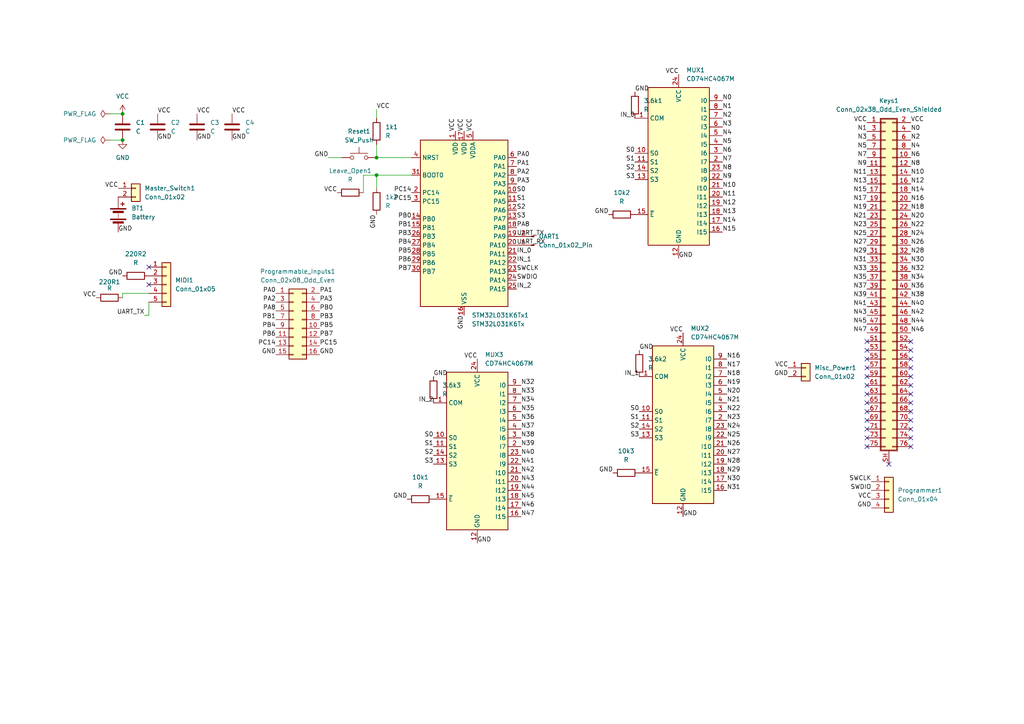
<source format=kicad_sch>
(kicad_sch (version 20231120) (generator "eeschema") (generator_version "8.0")
  (paper "A4")
  (lib_symbols
    (symbol "74xx:CD74HC4067M"
      (property "Reference" "U" (at -8.89 22.86 0))
      (property "Value" "CD74HC4067M" (at 1.27 22.86 0))
      (symbol "CD74HC4067M_0_1"
        (rectangle (start -8.89 21.59) (end 8.89 -24.13) (stroke (width 0.254)) (fill (type background)))
      )
      (symbol "CD74HC4067M_1_1"
        (pin passive line (at -12.7 12.7 0) (length 3.81) (name "COM") (number "1"))
        (pin input line (at -12.7 2.54 0) (length 3.81) (name "S0") (number "10"))
        (pin input line (at -12.7 0 0) (length 3.81) (name "S1") (number "11"))
        (pin power_in line (at 0 -27.94 90) (length 3.81) (name "GND") (number "12"))
        (pin input line (at -12.7 -5.08 0) (length 3.81) (name "S3") (number "13"))
        (pin input line (at -12.7 -2.54 0) (length 3.81) (name "S2") (number "14"))
        (pin input line (at -12.7 -15.24 0) (length 3.81) (name "~{E}") (number "15"))
        (pin passive line (at 12.7 -20.32 180) (length 3.81) (name "I15") (number "16"))
        (pin passive line (at 12.7 -17.78 180) (length 3.81) (name "I14") (number "17"))
        (pin passive line (at 12.7 -15.24 180) (length 3.81) (name "I13") (number "18"))
        (pin passive line (at 12.7 -12.7 180) (length 3.81) (name "I12") (number "19"))
        (pin passive line (at 12.7 0 180) (length 3.81) (name "I7") (number "2"))
        (pin passive line (at 12.7 -10.16 180) (length 3.81) (name "I11") (number "20"))
        (pin passive line (at 12.7 -7.62 180) (length 3.81) (name "I10") (number "21"))
        (pin passive line (at 12.7 -5.08 180) (length 3.81) (name "I9") (number "22"))
        (pin passive line (at 12.7 -2.54 180) (length 3.81) (name "I8") (number "23"))
        (pin power_in line (at 0 25.4 270) (length 3.81) (name "VCC") (number "24"))
        (pin passive line (at 12.7 2.54 180) (length 3.81) (name "I6") (number "3"))
        (pin passive line (at 12.7 5.08 180) (length 3.81) (name "I5") (number "4"))
        (pin passive line (at 12.7 7.62 180) (length 3.81) (name "I4") (number "5"))
        (pin passive line (at 12.7 10.16 180) (length 3.81) (name "I3") (number "6"))
        (pin passive line (at 12.7 12.7 180) (length 3.81) (name "I2") (number "7"))
        (pin passive line (at 12.7 15.24 180) (length 3.81) (name "I1") (number "8"))
        (pin passive line (at 12.7 17.78 180) (length 3.81) (name "I0") (number "9"))
      )
    )
    (symbol "Connector:Conn_01x02_Pin" (pin_names (offset 1.016) hide)
      (property "Reference" "J" (at 0 2.54 0))
      (property "Value" "Conn_01x02_Pin" (at 0 -5.08 0))
      (symbol "Conn_01x02_Pin_1_1"
        (polyline (pts (xy 1.27 -2.54) (xy 0.8636 -2.54)) (stroke (width 0.1524)))
        (polyline (pts (xy 1.27 0) (xy 0.8636 0)) (stroke (width 0.1524)))
        (rectangle (start 0.8636 -2.413) (end 0 -2.667) (stroke (width 0.1524)) (fill (type outline)))
        (rectangle (start 0.8636 0.127) (end 0 -0.127) (stroke (width 0.1524)) (fill (type outline)))
        (pin passive line (at 5.08 0 180) (length 3.81) (name "Pin_1") (number "1"))
        (pin passive line (at 5.08 -2.54 180) (length 3.81) (name "Pin_2") (number "2"))
      )
    )
    (symbol "Connector_Generic:Conn_01x02" (pin_names (offset 1.016) hide)
      (property "Reference" "J" (at 0 2.54 0))
      (property "Value" "Conn_01x02" (at 0 -5.08 0))
      (symbol "Conn_01x02_1_1"
        (rectangle (start -1.27 -2.413) (end 0 -2.667) (stroke (width 0.1524)))
        (rectangle (start -1.27 0.127) (end 0 -0.127) (stroke (width 0.1524)))
        (rectangle (start -1.27 1.27) (end 1.27 -3.81) (stroke (width 0.254)) (fill (type background)))
        (pin passive line (at -5.08 0 0) (length 3.81) (name "Pin_1") (number "1"))
        (pin passive line (at -5.08 -2.54 0) (length 3.81) (name "Pin_2") (number "2"))
      )
    )
    (symbol "Connector_Generic:Conn_01x04" (pin_names (offset 1.016) hide)
      (property "Reference" "J" (at 0 5.08 0))
      (property "Value" "Conn_01x04" (at 0 -7.62 0))
      (symbol "Conn_01x04_1_1"
        (rectangle (start -1.27 -4.953) (end 0 -5.207) (stroke (width 0.1524)))
        (rectangle (start -1.27 -2.413) (end 0 -2.667) (stroke (width 0.1524)))
        (rectangle (start -1.27 0.127) (end 0 -0.127) (stroke (width 0.1524)))
        (rectangle (start -1.27 2.667) (end 0 2.413) (stroke (width 0.1524)))
        (rectangle (start -1.27 3.81) (end 1.27 -6.35) (stroke (width 0.254)) (fill (type background)))
        (pin passive line (at -5.08 2.54 0) (length 3.81) (name "Pin_1") (number "1"))
        (pin passive line (at -5.08 0 0) (length 3.81) (name "Pin_2") (number "2"))
        (pin passive line (at -5.08 -2.54 0) (length 3.81) (name "Pin_3") (number "3"))
        (pin passive line (at -5.08 -5.08 0) (length 3.81) (name "Pin_4") (number "4"))
      )
    )
    (symbol "Connector_Generic:Conn_01x05" (pin_names (offset 1.016) hide)
      (property "Reference" "J" (at 0 7.62 0))
      (property "Value" "Conn_01x05" (at 0 -7.62 0))
      (symbol "Conn_01x05_1_1"
        (rectangle (start -1.27 -4.953) (end 0 -5.207) (stroke (width 0.1524)))
        (rectangle (start -1.27 -2.413) (end 0 -2.667) (stroke (width 0.1524)))
        (rectangle (start -1.27 0.127) (end 0 -0.127) (stroke (width 0.1524)))
        (rectangle (start -1.27 2.667) (end 0 2.413) (stroke (width 0.1524)))
        (rectangle (start -1.27 5.207) (end 0 4.953) (stroke (width 0.1524)))
        (rectangle (start -1.27 6.35) (end 1.27 -6.35) (stroke (width 0.254)) (fill (type background)))
        (pin passive line (at -5.08 5.08 0) (length 3.81) (name "Pin_1") (number "1"))
        (pin passive line (at -5.08 2.54 0) (length 3.81) (name "Pin_2") (number "2"))
        (pin passive line (at -5.08 0 0) (length 3.81) (name "Pin_3") (number "3"))
        (pin passive line (at -5.08 -2.54 0) (length 3.81) (name "Pin_4") (number "4"))
        (pin passive line (at -5.08 -5.08 0) (length 3.81) (name "Pin_5") (number "5"))
      )
    )
    (symbol "Connector_Generic:Conn_02x08_Odd_Even" (pin_names (offset 1.016) hide)
      (property "Reference" "J" (at 1.27 10.16 0))
      (property "Value" "Conn_02x08_Odd_Even" (at 1.27 -12.7 0))
      (symbol "Conn_02x08_Odd_Even_1_1"
        (rectangle (start -1.27 -10.033) (end 0 -10.287) (stroke (width 0.1524)))
        (rectangle (start -1.27 -7.493) (end 0 -7.747) (stroke (width 0.1524)))
        (rectangle (start -1.27 -4.953) (end 0 -5.207) (stroke (width 0.1524)))
        (rectangle (start -1.27 -2.413) (end 0 -2.667) (stroke (width 0.1524)))
        (rectangle (start -1.27 0.127) (end 0 -0.127) (stroke (width 0.1524)))
        (rectangle (start -1.27 2.667) (end 0 2.413) (stroke (width 0.1524)))
        (rectangle (start -1.27 5.207) (end 0 4.953) (stroke (width 0.1524)))
        (rectangle (start -1.27 7.747) (end 0 7.493) (stroke (width 0.1524)))
        (rectangle (start -1.27 8.89) (end 3.81 -11.43) (stroke (width 0.254)) (fill (type background)))
        (rectangle (start 3.81 -10.033) (end 2.54 -10.287) (stroke (width 0.1524)))
        (rectangle (start 3.81 -7.493) (end 2.54 -7.747) (stroke (width 0.1524)))
        (rectangle (start 3.81 -4.953) (end 2.54 -5.207) (stroke (width 0.1524)))
        (rectangle (start 3.81 -2.413) (end 2.54 -2.667) (stroke (width 0.1524)))
        (rectangle (start 3.81 0.127) (end 2.54 -0.127) (stroke (width 0.1524)))
        (rectangle (start 3.81 2.667) (end 2.54 2.413) (stroke (width 0.1524)))
        (rectangle (start 3.81 5.207) (end 2.54 4.953) (stroke (width 0.1524)))
        (rectangle (start 3.81 7.747) (end 2.54 7.493) (stroke (width 0.1524)))
        (pin passive line (at -5.08 7.62 0) (length 3.81) (name "Pin_1") (number "1"))
        (pin passive line (at 7.62 -2.54 180) (length 3.81) (name "Pin_10") (number "10"))
        (pin passive line (at -5.08 -5.08 0) (length 3.81) (name "Pin_11") (number "11"))
        (pin passive line (at 7.62 -5.08 180) (length 3.81) (name "Pin_12") (number "12"))
        (pin passive line (at -5.08 -7.62 0) (length 3.81) (name "Pin_13") (number "13"))
        (pin passive line (at 7.62 -7.62 180) (length 3.81) (name "Pin_14") (number "14"))
        (pin passive line (at -5.08 -10.16 0) (length 3.81) (name "Pin_15") (number "15"))
        (pin passive line (at 7.62 -10.16 180) (length 3.81) (name "Pin_16") (number "16"))
        (pin passive line (at 7.62 7.62 180) (length 3.81) (name "Pin_2") (number "2"))
        (pin passive line (at -5.08 5.08 0) (length 3.81) (name "Pin_3") (number "3"))
        (pin passive line (at 7.62 5.08 180) (length 3.81) (name "Pin_4") (number "4"))
        (pin passive line (at -5.08 2.54 0) (length 3.81) (name "Pin_5") (number "5"))
        (pin passive line (at 7.62 2.54 180) (length 3.81) (name "Pin_6") (number "6"))
        (pin passive line (at -5.08 0 0) (length 3.81) (name "Pin_7") (number "7"))
        (pin passive line (at 7.62 0 180) (length 3.81) (name "Pin_8") (number "8"))
        (pin passive line (at -5.08 -2.54 0) (length 3.81) (name "Pin_9") (number "9"))
      )
    )
    (symbol "Connector_Generic_Shielded:Conn_02x38_Odd_Even_Shielded" (pin_names (offset 1.016) hide)
      (property "Reference" "J" (at 1.524 48.006 0))
      (property "Value" "Conn_02x38_Odd_Even_Shielded" (at 2.286 -50.546 0))
      (symbol "Conn_02x38_Odd_Even_Shielded_1_1"
        (rectangle (start -1.27 46.99) (end 3.81 -49.53) (stroke (width 0.1524)))
        (rectangle (start -1.016 -48.133) (end 0.254 -48.387) (stroke (width 0.1524)))
        (rectangle (start -1.016 -45.593) (end 0.254 -45.847) (stroke (width 0.1524)))
        (rectangle (start -1.016 -43.053) (end 0.254 -43.307) (stroke (width 0.1524)))
        (rectangle (start -1.016 -40.513) (end 0.254 -40.767) (stroke (width 0.1524)))
        (rectangle (start -1.016 -37.973) (end 0.254 -38.227) (stroke (width 0.1524)))
        (rectangle (start -1.016 -35.433) (end 0.254 -35.687) (stroke (width 0.1524)))
        (rectangle (start -1.016 -32.893) (end 0.254 -33.147) (stroke (width 0.1524)))
        (rectangle (start -1.016 -30.353) (end 0.254 -30.607) (stroke (width 0.1524)))
        (rectangle (start -1.016 -27.813) (end 0.254 -28.067) (stroke (width 0.1524)))
        (rectangle (start -1.016 -25.273) (end 0.254 -25.527) (stroke (width 0.1524)))
        (rectangle (start -1.016 -22.733) (end 0.254 -22.987) (stroke (width 0.1524)))
        (rectangle (start -1.016 -20.193) (end 0.254 -20.447) (stroke (width 0.1524)))
        (rectangle (start -1.016 -17.653) (end 0.254 -17.907) (stroke (width 0.1524)))
        (rectangle (start -1.016 -15.113) (end 0.254 -15.367) (stroke (width 0.1524)))
        (rectangle (start -1.016 -12.573) (end 0.254 -12.827) (stroke (width 0.1524)))
        (rectangle (start -1.016 -10.033) (end 0.254 -10.287) (stroke (width 0.1524)))
        (rectangle (start -1.016 -7.493) (end 0.254 -7.747) (stroke (width 0.1524)))
        (rectangle (start -1.016 -4.953) (end 0.254 -5.207) (stroke (width 0.1524)))
        (rectangle (start -1.016 -2.413) (end 0.254 -2.667) (stroke (width 0.1524)))
        (rectangle (start -1.016 0.127) (end 0.254 -0.127) (stroke (width 0.1524)))
        (rectangle (start -1.016 2.667) (end 0.254 2.413) (stroke (width 0.1524)))
        (rectangle (start -1.016 5.207) (end 0.254 4.953) (stroke (width 0.1524)))
        (rectangle (start -1.016 7.747) (end 0.254 7.493) (stroke (width 0.1524)))
        (rectangle (start -1.016 10.287) (end 0.254 10.033) (stroke (width 0.1524)))
        (rectangle (start -1.016 12.827) (end 0.254 12.573) (stroke (width 0.1524)))
        (rectangle (start -1.016 15.367) (end 0.254 15.113) (stroke (width 0.1524)))
        (rectangle (start -1.016 17.907) (end 0.254 17.653) (stroke (width 0.1524)))
        (rectangle (start -1.016 20.447) (end 0.254 20.193) (stroke (width 0.1524)))
        (rectangle (start -1.016 22.987) (end 0.254 22.733) (stroke (width 0.1524)))
        (rectangle (start -1.016 25.527) (end 0.254 25.273) (stroke (width 0.1524)))
        (rectangle (start -1.016 28.067) (end 0.254 27.813) (stroke (width 0.1524)))
        (rectangle (start -1.016 30.607) (end 0.254 30.353) (stroke (width 0.1524)))
        (rectangle (start -1.016 33.147) (end 0.254 32.893) (stroke (width 0.1524)))
        (rectangle (start -1.016 35.687) (end 0.254 35.433) (stroke (width 0.1524)))
        (rectangle (start -1.016 38.227) (end 0.254 37.973) (stroke (width 0.1524)))
        (rectangle (start -1.016 40.767) (end 0.254 40.513) (stroke (width 0.1524)))
        (rectangle (start -1.016 43.307) (end 0.254 43.053) (stroke (width 0.1524)))
        (rectangle (start -1.016 45.847) (end 0.254 45.593) (stroke (width 0.1524)))
        (rectangle (start -1.016 46.736) (end 3.556 -49.276) (stroke (width 0.254)) (fill (type background)))
        (rectangle (start 3.556 -48.133) (end 2.286 -48.387) (stroke (width 0.1524)))
        (rectangle (start 3.556 -45.593) (end 2.286 -45.847) (stroke (width 0.1524)))
        (rectangle (start 3.556 -43.053) (end 2.286 -43.307) (stroke (width 0.1524)))
        (rectangle (start 3.556 -40.513) (end 2.286 -40.767) (stroke (width 0.1524)))
        (rectangle (start 3.556 -37.973) (end 2.286 -38.227) (stroke (width 0.1524)))
        (rectangle (start 3.556 -35.433) (end 2.286 -35.687) (stroke (width 0.1524)))
        (rectangle (start 3.556 -32.893) (end 2.286 -33.147) (stroke (width 0.1524)))
        (rectangle (start 3.556 -30.353) (end 2.286 -30.607) (stroke (width 0.1524)))
        (rectangle (start 3.556 -27.813) (end 2.286 -28.067) (stroke (width 0.1524)))
        (rectangle (start 3.556 -25.273) (end 2.286 -25.527) (stroke (width 0.1524)))
        (rectangle (start 3.556 -22.733) (end 2.286 -22.987) (stroke (width 0.1524)))
        (rectangle (start 3.556 -20.193) (end 2.286 -20.447) (stroke (width 0.1524)))
        (rectangle (start 3.556 -17.653) (end 2.286 -17.907) (stroke (width 0.1524)))
        (rectangle (start 3.556 -15.113) (end 2.286 -15.367) (stroke (width 0.1524)))
        (rectangle (start 3.556 -12.573) (end 2.286 -12.827) (stroke (width 0.1524)))
        (rectangle (start 3.556 -10.033) (end 2.286 -10.287) (stroke (width 0.1524)))
        (rectangle (start 3.556 -7.493) (end 2.286 -7.747) (stroke (width 0.1524)))
        (rectangle (start 3.556 -4.953) (end 2.286 -5.207) (stroke (width 0.1524)))
        (rectangle (start 3.556 -2.413) (end 2.286 -2.667) (stroke (width 0.1524)))
        (rectangle (start 3.556 0.127) (end 2.286 -0.127) (stroke (width 0.1524)))
        (rectangle (start 3.556 2.667) (end 2.286 2.413) (stroke (width 0.1524)))
        (rectangle (start 3.556 5.207) (end 2.286 4.953) (stroke (width 0.1524)))
        (rectangle (start 3.556 7.747) (end 2.286 7.493) (stroke (width 0.1524)))
        (rectangle (start 3.556 10.287) (end 2.286 10.033) (stroke (width 0.1524)))
        (rectangle (start 3.556 12.827) (end 2.286 12.573) (stroke (width 0.1524)))
        (rectangle (start 3.556 15.367) (end 2.286 15.113) (stroke (width 0.1524)))
        (rectangle (start 3.556 17.907) (end 2.286 17.653) (stroke (width 0.1524)))
        (rectangle (start 3.556 20.447) (end 2.286 20.193) (stroke (width 0.1524)))
        (rectangle (start 3.556 22.987) (end 2.286 22.733) (stroke (width 0.1524)))
        (rectangle (start 3.556 25.527) (end 2.286 25.273) (stroke (width 0.1524)))
        (rectangle (start 3.556 28.067) (end 2.286 27.813) (stroke (width 0.1524)))
        (rectangle (start 3.556 30.607) (end 2.286 30.353) (stroke (width 0.1524)))
        (rectangle (start 3.556 33.147) (end 2.286 32.893) (stroke (width 0.1524)))
        (rectangle (start 3.556 35.687) (end 2.286 35.433) (stroke (width 0.1524)))
        (rectangle (start 3.556 38.227) (end 2.286 37.973) (stroke (width 0.1524)))
        (rectangle (start 3.556 40.767) (end 2.286 40.513) (stroke (width 0.1524)))
        (rectangle (start 3.556 43.307) (end 2.286 43.053) (stroke (width 0.1524)))
        (rectangle (start 3.556 45.847) (end 2.286 45.593) (stroke (width 0.1524)))
        (pin passive line (at -5.08 45.72 0) (length 4.064) (name "Pin_1") (number "1"))
        (pin passive line (at 7.62 35.56 180) (length 4.064) (name "Pin_10") (number "10"))
        (pin passive line (at -5.08 33.02 0) (length 4.064) (name "Pin_11") (number "11"))
        (pin passive line (at 7.62 33.02 180) (length 4.064) (name "Pin_12") (number "12"))
        (pin passive line (at -5.08 30.48 0) (length 4.064) (name "Pin_13") (number "13"))
        (pin passive line (at 7.62 30.48 180) (length 4.064) (name "Pin_14") (number "14"))
        (pin passive line (at -5.08 27.94 0) (length 4.064) (name "Pin_15") (number "15"))
        (pin passive line (at 7.62 27.94 180) (length 4.064) (name "Pin_16") (number "16"))
        (pin passive line (at -5.08 25.4 0) (length 4.064) (name "Pin_17") (number "17"))
        (pin passive line (at 7.62 25.4 180) (length 4.064) (name "Pin_18") (number "18"))
        (pin passive line (at -5.08 22.86 0) (length 4.064) (name "Pin_19") (number "19"))
        (pin passive line (at 7.62 45.72 180) (length 4.064) (name "Pin_2") (number "2"))
        (pin passive line (at 7.62 22.86 180) (length 4.064) (name "Pin_20") (number "20"))
        (pin passive line (at -5.08 20.32 0) (length 4.064) (name "Pin_21") (number "21"))
        (pin passive line (at 7.62 20.32 180) (length 4.064) (name "Pin_22") (number "22"))
        (pin passive line (at -5.08 17.78 0) (length 4.064) (name "Pin_23") (number "23"))
        (pin passive line (at 7.62 17.78 180) (length 4.064) (name "Pin_24") (number "24"))
        (pin passive line (at -5.08 15.24 0) (length 4.064) (name "Pin_25") (number "25"))
        (pin passive line (at 7.62 15.24 180) (length 4.064) (name "Pin_26") (number "26"))
        (pin passive line (at -5.08 12.7 0) (length 4.064) (name "Pin_27") (number "27"))
        (pin passive line (at 7.62 12.7 180) (length 4.064) (name "Pin_28") (number "28"))
        (pin passive line (at -5.08 10.16 0) (length 4.064) (name "Pin_29") (number "29"))
        (pin passive line (at -5.08 43.18 0) (length 4.064) (name "Pin_3") (number "3"))
        (pin passive line (at 7.62 10.16 180) (length 4.064) (name "Pin_30") (number "30"))
        (pin passive line (at -5.08 7.62 0) (length 4.064) (name "Pin_31") (number "31"))
        (pin passive line (at 7.62 7.62 180) (length 4.064) (name "Pin_32") (number "32"))
        (pin passive line (at -5.08 5.08 0) (length 4.064) (name "Pin_33") (number "33"))
        (pin passive line (at 7.62 5.08 180) (length 4.064) (name "Pin_34") (number "34"))
        (pin passive line (at -5.08 2.54 0) (length 4.064) (name "Pin_35") (number "35"))
        (pin passive line (at 7.62 2.54 180) (length 4.064) (name "Pin_36") (number "36"))
        (pin passive line (at -5.08 0 0) (length 4.064) (name "Pin_37") (number "37"))
        (pin passive line (at 7.62 0 180) (length 4.064) (name "Pin_38") (number "38"))
        (pin passive line (at -5.08 -2.54 0) (length 4.064) (name "Pin_39") (number "39"))
        (pin passive line (at 7.62 43.18 180) (length 4.064) (name "Pin_4") (number "4"))
        (pin passive line (at 7.62 -2.54 180) (length 4.064) (name "Pin_40") (number "40"))
        (pin passive line (at -5.08 -5.08 0) (length 4.064) (name "Pin_41") (number "41"))
        (pin passive line (at 7.62 -5.08 180) (length 4.064) (name "Pin_42") (number "42"))
        (pin passive line (at -5.08 -7.62 0) (length 4.064) (name "Pin_43") (number "43"))
        (pin passive line (at 7.62 -7.62 180) (length 4.064) (name "Pin_44") (number "44"))
        (pin passive line (at -5.08 -10.16 0) (length 4.064) (name "Pin_45") (number "45"))
        (pin passive line (at 7.62 -10.16 180) (length 4.064) (name "Pin_46") (number "46"))
        (pin passive line (at -5.08 -12.7 0) (length 4.064) (name "Pin_47") (number "47"))
        (pin passive line (at 7.62 -12.7 180) (length 4.064) (name "Pin_48") (number "48"))
        (pin passive line (at -5.08 -15.24 0) (length 4.064) (name "Pin_49") (number "49"))
        (pin passive line (at -5.08 40.64 0) (length 4.064) (name "Pin_5") (number "5"))
        (pin passive line (at 7.62 -15.24 180) (length 4.064) (name "Pin_50") (number "50"))
        (pin passive line (at -5.08 -17.78 0) (length 4.064) (name "Pin_51") (number "51"))
        (pin passive line (at 7.62 -17.78 180) (length 4.064) (name "Pin_52") (number "52"))
        (pin passive line (at -5.08 -20.32 0) (length 4.064) (name "Pin_53") (number "53"))
        (pin passive line (at 7.62 -20.32 180) (length 4.064) (name "Pin_54") (number "54"))
        (pin passive line (at -5.08 -22.86 0) (length 4.064) (name "Pin_55") (number "55"))
        (pin passive line (at 7.62 -22.86 180) (length 4.064) (name "Pin_56") (number "56"))
        (pin passive line (at -5.08 -25.4 0) (length 4.064) (name "Pin_57") (number "57"))
        (pin passive line (at 7.62 -25.4 180) (length 4.064) (name "Pin_58") (number "58"))
        (pin passive line (at -5.08 -27.94 0) (length 4.064) (name "Pin_59") (number "59"))
        (pin passive line (at 7.62 40.64 180) (length 4.064) (name "Pin_6") (number "6"))
        (pin passive line (at 7.62 -27.94 180) (length 4.064) (name "Pin_60") (number "60"))
        (pin passive line (at -5.08 -30.48 0) (length 4.064) (name "Pin_61") (number "61"))
        (pin passive line (at 7.62 -30.48 180) (length 4.064) (name "Pin_62") (number "62"))
        (pin passive line (at -5.08 -33.02 0) (length 4.064) (name "Pin_63") (number "63"))
        (pin passive line (at 7.62 -33.02 180) (length 4.064) (name "Pin_64") (number "64"))
        (pin passive line (at -5.08 -35.56 0) (length 4.064) (name "Pin_65") (number "65"))
        (pin passive line (at 7.62 -35.56 180) (length 4.064) (name "Pin_66") (number "66"))
        (pin passive line (at -5.08 -38.1 0) (length 4.064) (name "Pin_67") (number "67"))
        (pin passive line (at 7.62 -38.1 180) (length 4.064) (name "Pin_68") (number "68"))
        (pin passive line (at -5.08 -40.64 0) (length 4.064) (name "Pin_69") (number "69"))
        (pin passive line (at -5.08 38.1 0) (length 4.064) (name "Pin_7") (number "7"))
        (pin passive line (at 7.62 -40.64 180) (length 4.064) (name "Pin_70") (number "70"))
        (pin passive line (at -5.08 -43.18 0) (length 4.064) (name "Pin_71") (number "71"))
        (pin passive line (at 7.62 -43.18 180) (length 4.064) (name "Pin_72") (number "72"))
        (pin passive line (at -5.08 -45.72 0) (length 4.064) (name "Pin_73") (number "73"))
        (pin passive line (at 7.62 -45.72 180) (length 4.064) (name "Pin_74") (number "74"))
        (pin passive line (at -5.08 -48.26 0) (length 4.064) (name "Pin_75") (number "75"))
        (pin passive line (at 7.62 -48.26 180) (length 4.064) (name "Pin_76") (number "76"))
        (pin passive line (at 7.62 38.1 180) (length 4.064) (name "Pin_8") (number "8"))
        (pin passive line (at -5.08 35.56 0) (length 4.064) (name "Pin_9") (number "9"))
        (pin passive line (at 1.27 -53.34 90) (length 3.81) (name "Shield") (number "SH"))
      )
    )
    (symbol "Device:Battery" (pin_numbers hide) (pin_names (offset 0) hide)
      (property "Reference" "BT" (at 2.54 2.54 0))
      (property "Value" "Battery" (at 2.54 0 0))
      (symbol "Battery_0_1"
        (rectangle (start -2.286 -1.27) (end 2.286 -1.524) (fill (type outline)))
        (rectangle (start -2.286 1.778) (end 2.286 1.524) (fill (type outline)))
        (rectangle (start -1.524 -2.032) (end 1.524 -2.54) (fill (type outline)))
        (rectangle (start -1.524 1.016) (end 1.524 0.508) (fill (type outline)))
        (polyline (pts (xy 0 -1.016) (xy 0 -0.762)))
        (polyline (pts (xy 0 -0.508) (xy 0 -0.254)))
        (polyline (pts (xy 0 0) (xy 0 0.254)))
        (polyline (pts (xy 0 1.778) (xy 0 2.54)))
        (polyline (pts (xy 0.762 3.048) (xy 1.778 3.048)) (stroke (width 0.254)))
        (polyline (pts (xy 1.27 3.556) (xy 1.27 2.54)) (stroke (width 0.254)))
      )
      (symbol "Battery_1_1"
        (pin passive line (at 0 5.08 270) (length 2.54) (name "+") (number "1"))
        (pin passive line (at 0 -5.08 90) (length 2.54) (name "-") (number "2"))
      )
    )
    (symbol "Device:C" (pin_numbers hide) (pin_names (offset 0.254))
      (property "Reference" "C" (at 0.635 2.54 0))
      (property "Value" "C" (at 0.635 -2.54 0))
      (symbol "C_0_1"
        (polyline (pts (xy -2.032 -0.762) (xy 2.032 -0.762)) (stroke (width 0.508)))
        (polyline (pts (xy -2.032 0.762) (xy 2.032 0.762)) (stroke (width 0.508)))
      )
      (symbol "C_1_1"
        (pin passive line (at 0 3.81 270) (length 2.794) (name "~") (number "1"))
        (pin passive line (at 0 -3.81 90) (length 2.794) (name "~") (number "2"))
      )
    )
    (symbol "Device:R" (pin_numbers hide) (pin_names (offset 0))
      (property "Reference" "R" (at 2.032 0 90))
      (property "Value" "R" (at 0 0 90))
      (symbol "R_0_1"
        (rectangle (start -1.016 -2.54) (end 1.016 2.54) (stroke (width 0.254)))
      )
      (symbol "R_1_1"
        (pin passive line (at 0 3.81 270) (length 1.27) (name "~") (number "1"))
        (pin passive line (at 0 -3.81 90) (length 1.27) (name "~") (number "2"))
      )
    )
    (symbol "MCU_ST_STM32L0:STM32L031K6Tx"
      (property "Reference" "U" (at -12.7 26.67 0))
      (property "Value" "STM32L031K6Tx" (at 5.08 26.67 0))
      (symbol "STM32L031K6Tx_0_1"
        (rectangle (start -12.7 -22.86) (end 12.7 25.4) (stroke (width 0.254)) (fill (type background)))
      )
      (symbol "STM32L031K6Tx_1_1"
        (pin power_in line (at -2.54 27.94 270) (length 2.54) (name "VDD") (number "1"))
        (pin bidirectional line (at 15.24 10.16 180) (length 2.54) (name "PA4") (number "10"))
        (pin bidirectional line (at 15.24 7.62 180) (length 2.54) (name "PA5") (number "11"))
        (pin bidirectional line (at 15.24 5.08 180) (length 2.54) (name "PA6") (number "12"))
        (pin bidirectional line (at 15.24 2.54 180) (length 2.54) (name "PA7") (number "13"))
        (pin bidirectional line (at -15.24 2.54 0) (length 2.54) (name "PB0") (number "14"))
        (pin bidirectional line (at -15.24 0 0) (length 2.54) (name "PB1") (number "15"))
        (pin power_in line (at 0 -25.4 90) (length 2.54) (name "VSS") (number "16"))
        (pin power_in line (at 0 27.94 270) (length 2.54) (name "VDD") (number "17"))
        (pin bidirectional line (at 15.24 0 180) (length 2.54) (name "PA8") (number "18"))
        (pin bidirectional line (at 15.24 -2.54 180) (length 2.54) (name "PA9") (number "19"))
        (pin bidirectional line (at -15.24 10.16 0) (length 2.54) (name "PC14") (number "2"))
        (pin bidirectional line (at 15.24 -5.08 180) (length 2.54) (name "PA10") (number "20"))
        (pin bidirectional line (at 15.24 -7.62 180) (length 2.54) (name "PA11") (number "21"))
        (pin bidirectional line (at 15.24 -10.16 180) (length 2.54) (name "PA12") (number "22"))
        (pin bidirectional line (at 15.24 -12.7 180) (length 2.54) (name "PA13") (number "23"))
        (pin bidirectional line (at 15.24 -15.24 180) (length 2.54) (name "PA14") (number "24"))
        (pin bidirectional line (at 15.24 -17.78 180) (length 2.54) (name "PA15") (number "25"))
        (pin bidirectional line (at -15.24 -2.54 0) (length 2.54) (name "PB3") (number "26"))
        (pin bidirectional line (at -15.24 -5.08 0) (length 2.54) (name "PB4") (number "27"))
        (pin bidirectional line (at -15.24 -7.62 0) (length 2.54) (name "PB5") (number "28"))
        (pin bidirectional line (at -15.24 -10.16 0) (length 2.54) (name "PB6") (number "29"))
        (pin bidirectional line (at -15.24 7.62 0) (length 2.54) (name "PC15") (number "3"))
        (pin bidirectional line (at -15.24 -12.7 0) (length 2.54) (name "PB7") (number "30"))
        (pin input line (at -15.24 15.24 0) (length 2.54) (name "BOOT0") (number "31"))
        (pin passive line (at 0 -25.4 90) (length 2.54) hide (name "VSS") (number "32"))
        (pin input line (at -15.24 20.32 0) (length 2.54) (name "NRST") (number "4"))
        (pin power_in line (at 2.54 27.94 270) (length 2.54) (name "VDDA") (number "5"))
        (pin bidirectional line (at 15.24 20.32 180) (length 2.54) (name "PA0") (number "6"))
        (pin bidirectional line (at 15.24 17.78 180) (length 2.54) (name "PA1") (number "7"))
        (pin bidirectional line (at 15.24 15.24 180) (length 2.54) (name "PA2") (number "8"))
        (pin bidirectional line (at 15.24 12.7 180) (length 2.54) (name "PA3") (number "9"))
      )
    )
    (symbol "Switch:SW_Push" (pin_numbers hide) (pin_names (offset 1.016) hide)
      (property "Reference" "SW" (at 1.27 2.54 0))
      (property "Value" "SW_Push" (at 0 -1.524 0))
      (symbol "SW_Push_0_1"
        (circle (center -2.032 0) (radius 0.508))
        (polyline (pts (xy 0 1.27) (xy 0 3.048)))
        (polyline (pts (xy 2.54 1.27) (xy -2.54 1.27)))
        (circle (center 2.032 0) (radius 0.508))
        (pin passive line (at -5.08 0 0) (length 2.54) (name "1") (number "1"))
        (pin passive line (at 5.08 0 180) (length 2.54) (name "2") (number "2"))
      )
    )
    (symbol "power:+3.3V" (power) (pin_numbers hide) (pin_names (offset 0) hide)
      (property "Value" "+3.3V" (at 0 3.556 0))
      (symbol "+3.3V_0_1"
        (polyline (pts (xy -0.762 1.27) (xy 0 2.54)))
        (polyline (pts (xy 0 0) (xy 0 2.54)))
        (polyline (pts (xy 0 2.54) (xy 0.762 1.27)))
      )
      (symbol "+3.3V_1_1"
        (pin power_in line (at 0 0 90) (length 0) (name "~") (number "1"))
      )
    )
    (symbol "power:GND" (power) (pin_numbers hide) (pin_names (offset 0) hide)
      (property "Value" "GND" (at 0 -3.81 0))
      (symbol "GND_0_1"
        (polyline (pts (xy 0 0) (xy 0 -1.27) (xy 1.27 -1.27) (xy 0 -2.54) (xy -1.27 -1.27) (xy 0 -1.27)))
      )
      (symbol "GND_1_1"
        (pin power_in line (at 0 0 270) (length 0) (name "~") (number "1"))
      )
    )
    (symbol "power:PWR_FLAG" (power) (pin_numbers hide) (pin_names (offset 0) hide)
      (property "Value" "PWR_FLAG" (at 0 3.81 0))
      (symbol "PWR_FLAG_0_0"
        (pin power_out line (at 0 0 90) (length 0) (name "~") (number "1"))
      )
      (symbol "PWR_FLAG_0_1"
        (polyline (pts (xy 0 0) (xy 0 1.27) (xy -1.016 1.905) (xy 0 2.54) (xy 1.016 1.905) (xy 0 1.27)))
      )
    )
  )
  (junction (at 35.56 33.02))
  (junction (at 109.22 50.8))
  (junction (at 109.22 45.72))
  (junction (at 35.56 40.64))
  (no_connect (at 43.18 77.47))
  (no_connect (at 264.16 121.92))
  (no_connect (at 257.81 134.62))
  (no_connect (at 251.46 111.76))
  (no_connect (at 264.16 111.76))
  (no_connect (at 251.46 124.46))
  (no_connect (at 264.16 109.22))
  (no_connect (at 264.16 124.46))
  (no_connect (at 251.46 114.3))
  (no_connect (at 264.16 116.84))
  (no_connect (at 264.16 104.14))
  (no_connect (at 264.16 119.38))
  (no_connect (at 264.16 101.6))
  (no_connect (at 251.46 127))
  (no_connect (at 251.46 104.14))
  (no_connect (at 251.46 116.84))
  (no_connect (at 264.16 129.54))
  (no_connect (at 251.46 119.38))
  (no_connect (at 251.46 121.92))
  (no_connect (at 251.46 109.22))
  (no_connect (at 264.16 114.3))
  (no_connect (at 251.46 129.54))
  (no_connect (at 251.46 106.68))
  (no_connect (at 43.18 82.55))
  (no_connect (at 264.16 127))
  (no_connect (at 264.16 106.68))
  (no_connect (at 251.46 101.6))
  (no_connect (at 251.46 99.06))
  (no_connect (at 264.16 99.06))
  (wire (pts (xy 35.56 85.09) (xy 43.18 85.09)))
  (wire (pts (xy 31.75 33.02) (xy 35.56 33.02)))
  (wire (pts (xy 109.22 41.91) (xy 109.22 45.72)))
  (wire (pts (xy 109.22 31.75) (xy 109.22 34.29)))
  (wire (pts (xy 109.22 50.8) (xy 109.22 54.61)))
  (wire (pts (xy 119.38 50.8) (xy 109.22 50.8)))
  (wire (pts (xy 105.41 50.8) (xy 109.22 50.8)))
  (wire (pts (xy 35.56 86.36) (xy 35.56 85.09)))
  (wire (pts (xy 31.75 40.64) (xy 35.56 40.64)))
  (wire (pts (xy 119.38 45.72) (xy 109.22 45.72)))
  (wire (pts (xy 95.25 45.72) (xy 99.06 45.72)))
  (wire (pts (xy 105.41 50.8) (xy 105.41 55.88)))
  (wire (pts (xy 43.18 91.44) (xy 43.18 87.63)))
  (wire (pts (xy 41.91 91.44) (xy 43.18 91.44)))
  (label "N4" (at 264.16 43.18 0))
  (label "GND" (at 196.85 74.93 0))
  (label "N32" (at 264.16 78.74 0))
  (label "N9" (at 251.46 48.26 180))
  (label "PB1" (at 119.38 66.04 180))
  (label "VCC" (at 109.22 31.75 0))
  (label "N38" (at 151.13 127 0))
  (label "N10" (at 209.55 54.61 0))
  (label "N28" (at 210.82 134.62 0))
  (label "N31" (at 251.46 76.2 180))
  (label "IN_0" (at 184.15 34.29 180))
  (label "UART_TX" (at 149.86 68.58 0))
  (label "N28" (at 264.16 73.66 0))
  (label "PB3" (at 119.38 68.58 180))
  (label "VCC" (at 251.46 35.56 180))
  (label "N34" (at 151.13 116.84 0))
  (label "S1" (at 185.42 121.92 180))
  (label "PB5" (at 92.71 95.25 0))
  (label "N31" (at 210.82 142.24 0))
  (label "S2" (at 125.73 132.08 180))
  (label "S1" (at 184.15 46.99 180))
  (label "VCC" (at 97.79 55.88 180))
  (label "PB4" (at 80.01 95.25 180))
  (label "PB1" (at 80.01 92.71 180))
  (label "N6" (at 264.16 45.72 0))
  (label "N7" (at 251.46 45.72 180))
  (label "N30" (at 264.16 76.2 0))
  (label "N20" (at 210.82 114.3 0))
  (label "VCC" (at 34.29 54.61 180))
  (label "N21" (at 251.46 63.5 180))
  (label "N16" (at 264.16 58.42 0))
  (label "N20" (at 264.16 63.5 0))
  (label "VCC" (at 134.62 38.1 90))
  (label "GND" (at 35.56 80.01 180))
  (label "VCC" (at 264.16 35.56 0))
  (label "N5" (at 209.55 41.91 0))
  (label "N2" (at 209.55 34.29 0))
  (label "VCC" (at 27.94 86.36 180))
  (label "S3" (at 125.73 134.62 180))
  (label "SWCLK" (at 252.73 139.7 180))
  (label "S2" (at 185.42 124.46 180))
  (label "N14" (at 264.16 55.88 0))
  (label "VCC" (at 196.85 21.59 180))
  (label "N26" (at 210.82 129.54 0))
  (label "UART_RX" (at 149.86 71.12 0))
  (label "PB7" (at 92.71 97.79 0))
  (label "SWDIO" (at 252.73 142.24 180))
  (label "N40" (at 151.13 132.08 0))
  (label "GND" (at 57.15 40.64 0))
  (label "N2" (at 264.16 40.64 0))
  (label "N24" (at 264.16 68.58 0))
  (label "N47" (at 251.46 96.52 180))
  (label "N41" (at 251.46 88.9 180))
  (label "VCC" (at 57.15 33.02 0))
  (label "PA0" (at 80.01 85.09 180))
  (label "N44" (at 264.16 93.98 0))
  (label "VCC" (at 138.43 104.14 180))
  (label "N25" (at 210.82 127 0))
  (label "N8" (at 264.16 48.26 0))
  (label "S0" (at 149.86 55.88 0))
  (label "N44" (at 151.13 142.24 0))
  (label "S3" (at 184.15 52.07 180))
  (label "N15" (at 251.46 55.88 180))
  (label "N32" (at 151.13 111.76 0))
  (label "GND" (at 92.71 102.87 0))
  (label "S0" (at 185.42 119.38 180))
  (label "GND" (at 125.73 109.22 0))
  (label "UART_TX" (at 41.91 91.44 180))
  (label "GND" (at 252.73 147.32 180))
  (label "N40" (at 264.16 88.9 0))
  (label "PC14" (at 119.38 55.88 180))
  (label "PB3" (at 92.71 92.71 0))
  (label "N7" (at 209.55 46.99 0))
  (label "N13" (at 209.55 62.23 0))
  (label "PB0" (at 119.38 63.5 180))
  (label "N30" (at 210.82 139.7 0))
  (label "N4" (at 209.55 39.37 0))
  (label "GND" (at 228.6 109.22 180))
  (label "N37" (at 151.13 124.46 0))
  (label "N17" (at 210.82 106.68 0))
  (label "N3" (at 251.46 40.64 180))
  (label "N46" (at 264.16 96.52 0))
  (label "N33" (at 151.13 114.3 0))
  (label "N10" (at 264.16 50.8 0))
  (label "GND" (at 45.72 40.64 0))
  (label "N45" (at 251.46 93.98 180))
  (label "GND" (at 177.8 137.16 180))
  (label "N35" (at 151.13 119.38 0))
  (label "IN_1" (at 149.86 76.2 0))
  (label "PB7" (at 119.38 78.74 180))
  (label "S2" (at 149.86 60.96 0))
  (label "PB0" (at 92.71 90.17 0))
  (label "IN_0" (at 149.86 73.66 0))
  (label "PA8" (at 149.86 66.04 0))
  (label "N8" (at 209.55 49.53 0))
  (label "PB4" (at 119.38 71.12 180))
  (label "PA3" (at 149.86 53.34 0))
  (label "PA2" (at 149.86 50.8 0))
  (label "GND" (at 67.31 40.64 0))
  (label "GND" (at 138.43 157.48 0))
  (label "S3" (at 185.42 127 180))
  (label "N11" (at 251.46 50.8 180))
  (label "VCC" (at 137.16 38.1 90))
  (label "N29" (at 251.46 73.66 180))
  (label "N19" (at 251.46 60.96 180))
  (label "PC14" (at 80.01 100.33 180))
  (label "N34" (at 264.16 81.28 0))
  (label "S0" (at 184.15 44.45 180))
  (label "N27" (at 210.82 132.08 0))
  (label "N13" (at 251.46 53.34 180))
  (label "GND" (at 118.11 144.78 180))
  (label "GND" (at 34.29 67.31 0))
  (label "N0" (at 264.16 38.1 0))
  (label "GND" (at 134.62 91.44 270))
  (label "PA2" (at 80.01 87.63 180))
  (label "VCC" (at 198.12 96.52 180))
  (label "N37" (at 251.46 83.82 180))
  (label "PA0" (at 149.86 45.72 0))
  (label "GND" (at 184.15 26.67 0))
  (label "N1" (at 209.55 31.75 0))
  (label "N39" (at 251.46 86.36 180))
  (label "VCC" (at 252.73 144.78 180))
  (label "PA1" (at 149.86 48.26 0))
  (label "N41" (at 151.13 134.62 0))
  (label "S0" (at 125.73 127 180))
  (label "N3" (at 209.55 36.83 0))
  (label "S1" (at 125.73 129.54 180))
  (label "N15" (at 209.55 67.31 0))
  (label "N19" (at 210.82 111.76 0))
  (label "N27" (at 251.46 71.12 180))
  (label "VCC" (at 228.6 106.68 180))
  (label "VCC" (at 132.08 38.1 90))
  (label "SWCLK" (at 149.86 78.74 0))
  (label "IN_2" (at 149.86 83.82 0))
  (label "N21" (at 210.82 116.84 0))
  (label "PB5" (at 119.38 73.66 180))
  (label "PA8" (at 80.01 90.17 180))
  (label "PA1" (at 92.71 85.09 0))
  (label "N9" (at 209.55 52.07 0))
  (label "N38" (at 264.16 86.36 0))
  (label "N42" (at 264.16 91.44 0))
  (label "PB6" (at 80.01 97.79 180))
  (label "N33" (at 251.46 78.74 180))
  (label "PB6" (at 119.38 76.2 180))
  (label "N6" (at 209.55 44.45 0))
  (label "PC15" (at 92.71 100.33 0))
  (label "N36" (at 264.16 83.82 0))
  (label "N12" (at 264.16 53.34 0))
  (label "N22" (at 210.82 119.38 0))
  (label "SWDIO" (at 149.86 81.28 0))
  (label "N12" (at 209.55 59.69 0))
  (label "N23" (at 251.46 66.04 180))
  (label "N11" (at 209.55 57.15 0))
  (label "N18" (at 210.82 109.22 0))
  (label "N16" (at 210.82 104.14 0))
  (label "PA3" (at 92.71 87.63 0))
  (label "N35" (at 251.46 81.28 180))
  (label "N26" (at 264.16 71.12 0))
  (label "S2" (at 184.15 49.53 180))
  (label "IN_2" (at 125.73 116.84 180))
  (label "N17" (at 251.46 58.42 180))
  (label "N18" (at 264.16 60.96 0))
  (label "GND" (at 95.25 45.72 180))
  (label "N45" (at 151.13 144.78 0))
  (label "N14" (at 209.55 64.77 0))
  (label "VCC" (at 45.72 33.02 0))
  (label "GND" (at 109.22 62.23 270))
  (label "VCC" (at 67.31 33.02 0))
  (label "N1" (at 251.46 38.1 180))
  (label "N42" (at 151.13 137.16 0))
  (label "GND" (at 80.01 102.87 180))
  (label "N39" (at 151.13 129.54 0))
  (label "N36" (at 151.13 121.92 0))
  (label "N47" (at 151.13 149.86 0))
  (label "N5" (at 251.46 43.18 180))
  (label "N43" (at 151.13 139.7 0))
  (label "GND" (at 176.53 62.23 180))
  (label "GND" (at 185.42 101.6 0))
  (label "N25" (at 251.46 68.58 180))
  (label "PC15" (at 119.38 58.42 180))
  (label "S3" (at 149.86 63.5 0))
  (label "N24" (at 210.82 124.46 0))
  (label "S1" (at 149.86 58.42 0))
  (label "N43" (at 251.46 91.44 180))
  (label "N22" (at 264.16 66.04 0))
  (label "N0" (at 209.55 29.21 0))
  (label "N46" (at 151.13 147.32 0))
  (label "GND" (at 198.12 149.86 0))
  (label "N29" (at 210.82 137.16 0))
  (label "N23" (at 210.82 121.92 0))
  (label "IN_1" (at 185.42 109.22 180))
  (symbol (lib_id "Device:C") (at 35.56 36.83 0) (unit 1)
    (property "Reference" "C1" (at 39.37 35.5599 0) (effects (justify left)))
    (property "Value" "C" (at 39.37 38.0999 0) (effects (justify left)))
    (property "Footprint" "Capacitor_THT:CP_Radial_D5.0mm_P2.00mm" (effects (hide yes)))
    (property "Description" "Unpolarized capacitor" (effects (hide yes)))
  )
  (symbol (lib_id "Device:Battery") (at 34.29 62.23 0) (unit 1)
    (property "Reference" "BT1" (at 38.1 60.3884 0) (effects (justify left)))
    (property "Value" "Battery" (at 38.1 62.9284 0) (effects (justify left)))
    (property "Footprint" "Battery:BatteryHolder_MPD_BC2AAPC_2xAA" (effects (hide yes)))
    (property "Description" "Multiple-cell battery" (effects (hide yes)))
  )
  (symbol (lib_id "Connector_Generic:Conn_01x02") (at 233.68 106.68 0) (unit 1)
    (property "Reference" "Misc_Power1" (at 236.22 106.6799 0) (effects (justify left)))
    (property "Value" "Conn_01x02" (at 236.22 109.2199 0) (effects (justify left)))
    (property "Footprint" "Connector_PinHeader_2.54mm:PinHeader_1x02_P2.54mm_Horizontal" (effects (hide yes)))
    (property "Description" "Generic connector, single row, 01x02, script generated (kicad-library-utils/schlib/autogen/connector/)" (effects (hide yes)))
  )
  (symbol (lib_id "74xx:CD74HC4067M") (at 196.85 46.99 0) (unit 1)
    (property "Reference" "MUX1" (at 199.0441 20.32 0) (effects (justify left)))
    (property "Value" "CD74HC4067M" (at 199.0441 22.86 0) (effects (justify left)))
    (property "Footprint" "Package_SO:SOIC-24W_7.5x15.4mm_P1.27mm" (effects (hide yes)))
    (property "Datasheet" "http://www.ti.com/lit/ds/symlink/cd74hc4067.pdf" (effects (hide yes)))
    (property "Description" "High-Speed CMOS Logic 16-Channel Analog Multiplexer/Demultiplexer, SOIC-24" (effects (hide yes)))
  )
  (symbol (lib_id "Connector_Generic:Conn_02x08_Odd_Even") (at 85.09 92.71 0) (unit 1)
    (property "Reference" "Programmable_Inputs1" (at 86.36 78.74 0))
    (property "Value" "Conn_02x08_Odd_Even" (at 86.36 81.28 0))
    (property "Footprint" "Connector_PinHeader_2.54mm:PinHeader_2x08_P2.54mm_Horizontal" (effects (hide yes)))
    (property "Description" "Generic connector, double row, 02x08, odd/even pin numbering scheme (row 1 odd numbers, row 2 even numbers), script generated (kicad-library-utils/schlib/autogen/connector/)" (effects (hide yes)))
  )
  (symbol (lib_id "Connector:Conn_01x02_Pin") (at 154.94 71.12 180) (unit 1)
    (property "Reference" "UART1" (at 156.21 68.5799 0) (effects (justify right)))
    (property "Value" "Conn_01x02_Pin" (at 156.21 71.1199 0) (effects (justify right)))
    (property "Footprint" "Connector_PinHeader_2.54mm:PinHeader_1x02_P2.54mm_Horizontal" (effects (hide yes)))
    (property "Description" "Generic connector, single row, 01x02, script generated" (effects (hide yes)))
  )
  (symbol (lib_id "Device:R") (at 184.15 30.48 0) (unit 1)
    (property "Reference" "3.6k1" (at 186.69 29.2099 0) (effects (justify left)))
    (property "Value" "R" (at 186.69 31.7499 0) (effects (justify left)))
    (property "Footprint" "Resistor_THT:R_Axial_DIN0204_L3.6mm_D1.6mm_P7.62mm_Horizontal" (effects (hide yes)))
    (property "Description" "Resistor" (effects (hide yes)))
  )
  (symbol (lib_id "Device:R") (at 121.92 144.78 270) (unit 1)
    (property "Reference" "10k1" (at 121.92 138.43 90))
    (property "Value" "R" (at 121.92 140.97 90))
    (property "Footprint" "Resistor_THT:R_Axial_DIN0204_L3.6mm_D1.6mm_P7.62mm_Horizontal" (effects (hide yes)))
    (property "Description" "Resistor" (effects (hide yes)))
  )
  (symbol (lib_id "Connector_Generic:Conn_01x04") (at 257.81 142.24 0) (unit 1)
    (property "Reference" "Programmer1" (at 260.35 142.2399 0) (effects (justify left)))
    (property "Value" "Conn_01x04" (at 260.35 144.7799 0) (effects (justify left)))
    (property "Footprint" "Connector_PinHeader_2.54mm:PinHeader_1x04_P2.54mm_Horizontal" (effects (hide yes)))
    (property "Description" "Generic connector, single row, 01x04, script generated (kicad-library-utils/schlib/autogen/connector/)" (effects (hide yes)))
  )
  (symbol (lib_id "Device:R") (at 101.6 55.88 270) (unit 1)
    (property "Reference" "Leave_Open1" (at 101.6 49.53 90))
    (property "Value" "R" (at 101.6 52.07 90))
    (property "Footprint" "Resistor_THT:R_Axial_DIN0204_L3.6mm_D1.6mm_P7.62mm_Horizontal" (effects (hide yes)))
    (property "Description" "Resistor" (effects (hide yes)))
  )
  (symbol (lib_id "power:PWR_FLAG") (at 31.75 33.02 90) (unit 1)
    (property "Reference" "#FLG01" (effects (hide yes)))
    (property "Value" "PWR_FLAG" (at 27.94 33.0199 90) (effects (justify left)))
    (property "Description" "Special symbol for telling ERC where power comes from" (effects (hide yes)))
  )
  (symbol (lib_id "power:PWR_FLAG") (at 31.75 40.64 90) (unit 1)
    (property "Reference" "#FLG02" (effects (hide yes)))
    (property "Value" "PWR_FLAG" (at 27.94 40.6399 90) (effects (justify left)))
    (property "Description" "Special symbol for telling ERC where power comes from" (effects (hide yes)))
  )
  (symbol (lib_id "Device:R") (at 39.37 80.01 90) (unit 1)
    (property "Reference" "220R2" (at 39.37 73.66 90))
    (property "Value" "R" (at 39.37 76.2 90))
    (property "Footprint" "Resistor_THT:R_Axial_DIN0204_L3.6mm_D1.6mm_P7.62mm_Horizontal" (effects (hide yes)))
    (property "Description" "Resistor" (effects (hide yes)))
  )
  (symbol (lib_id "Device:R") (at 109.22 38.1 0) (unit 1)
    (property "Reference" "1k1" (at 111.76 36.8299 0) (effects (justify left)))
    (property "Value" "R" (at 111.76 39.3699 0) (effects (justify left)))
    (property "Footprint" "Resistor_THT:R_Axial_DIN0204_L3.6mm_D1.6mm_P7.62mm_Horizontal" (effects (hide yes)))
    (property "Description" "Resistor" (effects (hide yes)))
  )
  (symbol (lib_id "Device:C") (at 67.31 36.83 0) (unit 1)
    (property "Reference" "C4" (at 71.12 35.5599 0) (effects (justify left)))
    (property "Value" "C" (at 71.12 38.0999 0) (effects (justify left)))
    (property "Footprint" "Capacitor_THT:CP_Radial_D5.0mm_P2.00mm" (effects (hide yes)))
    (property "Description" "Unpolarized capacitor" (effects (hide yes)))
  )
  (symbol (lib_id "power:+3.3V") (at 35.56 33.02 0) (unit 1)
    (property "Reference" "#PWR01" (effects (hide yes)))
    (property "Value" "VCC" (at 35.56 27.94 0))
    (property "Description" "Power symbol creates a global label with name \"+3.3V\"" (effects (hide yes)))
  )
  (symbol (lib_id "Device:R") (at 109.22 58.42 0) (unit 1)
    (property "Reference" "1k2" (at 111.76 57.1499 0) (effects (justify left)))
    (property "Value" "R" (at 111.76 59.6899 0) (effects (justify left)))
    (property "Footprint" "Resistor_THT:R_Axial_DIN0204_L3.6mm_D1.6mm_P7.62mm_Horizontal" (effects (hide yes)))
    (property "Description" "Resistor" (effects (hide yes)))
  )
  (symbol (lib_id "Device:R") (at 181.61 137.16 270) (unit 1)
    (property "Reference" "10k3" (at 181.61 130.81 90))
    (property "Value" "R" (at 181.61 133.35 90))
    (property "Footprint" "Resistor_THT:R_Axial_DIN0204_L3.6mm_D1.6mm_P7.62mm_Horizontal" (effects (hide yes)))
    (property "Description" "Resistor" (effects (hide yes)))
  )
  (symbol (lib_id "Device:R") (at 125.73 113.03 0) (unit 1)
    (property "Reference" "3.6k3" (at 128.27 111.7599 0) (effects (justify left)))
    (property "Value" "R" (at 128.27 114.2999 0) (effects (justify left)))
    (property "Footprint" "Resistor_THT:R_Axial_DIN0204_L3.6mm_D1.6mm_P7.62mm_Horizontal" (effects (hide yes)))
    (property "Description" "Resistor" (effects (hide yes)))
  )
  (symbol (lib_id "Device:C") (at 45.72 36.83 0) (unit 1)
    (property "Reference" "C2" (at 49.53 35.5599 0) (effects (justify left)))
    (property "Value" "C" (at 49.53 38.0999 0) (effects (justify left)))
    (property "Footprint" "Capacitor_THT:CP_Radial_D5.0mm_P2.00mm" (effects (hide yes)))
    (property "Description" "Unpolarized capacitor" (effects (hide yes)))
  )
  (symbol (lib_id "Connector_Generic:Conn_01x05") (at 48.26 82.55 0) (unit 1)
    (property "Reference" "MIDI1" (at 50.8 81.2799 0) (effects (justify left)))
    (property "Value" "Conn_01x05" (at 50.8 83.8199 0) (effects (justify left)))
    (property "Footprint" "Connector_PinHeader_2.54mm:PinHeader_1x05_P2.54mm_Horizontal" (effects (hide yes)))
    (property "Description" "Generic connector, single row, 01x05, script generated (kicad-library-utils/schlib/autogen/connector/)" (effects (hide yes)))
  )
  (symbol (lib_id "Device:R") (at 31.75 86.36 90) (unit 1)
    (property "Reference" "220R1" (at 31.75 81.788 90))
    (property "Value" "R" (at 31.75 83.566 90))
    (property "Footprint" "Resistor_THT:R_Axial_DIN0204_L3.6mm_D1.6mm_P7.62mm_Horizontal" (effects (hide yes)))
    (property "Description" "Resistor" (effects (hide yes)))
  )
  (symbol (lib_id "power:GND") (at 35.56 40.64 0) (unit 1)
    (property "Reference" "#PWR02" (effects (hide yes)))
    (property "Value" "GND" (at 35.56 45.72 0))
    (property "Description" "Power symbol creates a global label with name \"GND\" , ground" (effects (hide yes)))
  )
  (symbol (lib_id "74xx:CD74HC4067M") (at 138.43 129.54 0) (unit 1)
    (property "Reference" "MUX3" (at 140.6241 102.87 0) (effects (justify left)))
    (property "Value" "CD74HC4067M" (at 140.6241 105.41 0) (effects (justify left)))
    (property "Footprint" "Package_SO:SOIC-24W_7.5x15.4mm_P1.27mm" (effects (hide yes)))
    (property "Datasheet" "http://www.ti.com/lit/ds/symlink/cd74hc4067.pdf" (effects (hide yes)))
    (property "Description" "High-Speed CMOS Logic 16-Channel Analog Multiplexer/Demultiplexer, SOIC-24" (effects (hide yes)))
  )
  (symbol (lib_id "74xx:CD74HC4067M") (at 198.12 121.92 0) (unit 1)
    (property "Reference" "MUX2" (at 200.3141 95.25 0) (effects (justify left)))
    (property "Value" "CD74HC4067M" (at 200.3141 97.79 0) (effects (justify left)))
    (property "Footprint" "Package_SO:SOIC-24W_7.5x15.4mm_P1.27mm" (effects (hide yes)))
    (property "Datasheet" "http://www.ti.com/lit/ds/symlink/cd74hc4067.pdf" (effects (hide yes)))
    (property "Description" "High-Speed CMOS Logic 16-Channel Analog Multiplexer/Demultiplexer, SOIC-24" (effects (hide yes)))
  )
  (symbol (lib_id "Device:R") (at 180.34 62.23 90) (unit 1)
    (property "Reference" "10k2" (at 180.34 55.88 90))
    (property "Value" "R" (at 180.34 58.42 90))
    (property "Footprint" "Resistor_THT:R_Axial_DIN0204_L3.6mm_D1.6mm_P7.62mm_Horizontal" (effects (hide yes)))
    (property "Description" "Resistor" (effects (hide yes)))
  )
  (symbol (lib_id "Device:C") (at 57.15 36.83 0) (unit 1)
    (property "Reference" "C3" (at 60.96 35.5599 0) (effects (justify left)))
    (property "Value" "C" (at 60.96 38.0999 0) (effects (justify left)))
    (property "Footprint" "Capacitor_THT:CP_Radial_D5.0mm_P2.00mm" (effects (hide yes)))
    (property "Description" "Unpolarized capacitor" (effects (hide yes)))
  )
  (symbol (lib_id "Switch:SW_Push") (at 104.14 45.72 0) (unit 1)
    (property "Reference" "Reset1" (at 104.14 38.1 0))
    (property "Value" "SW_Push" (at 104.14 40.64 0))
    (property "Footprint" "Button_Switch_THT:SW_PUSH_6mm_H4.3mm" (effects (hide yes)))
    (property "Description" "Push button switch, generic, two pins" (effects (hide yes)))
  )
  (symbol (lib_id "Connector_Generic:Conn_01x02") (at 39.37 54.61 0) (unit 1)
    (property "Reference" "Master_Switch1" (at 41.91 54.6099 0) (effects (justify left)))
    (property "Value" "Conn_01x02" (at 41.91 57.1499 0) (effects (justify left)))
    (property "Footprint" "Connector_PinHeader_2.54mm:PinHeader_1x02_P2.54mm_Horizontal" (effects (hide yes)))
    (property "Description" "Generic connector, single row, 01x02, script generated (kicad-library-utils/schlib/autogen/connector/)" (effects (hide yes)))
  )
  (symbol (lib_id "MCU_ST_STM32L0:STM32L031K6Tx") (at 134.62 66.04 0) (unit 1)
    (property "Reference" "STM32L031K6Tx1" (at 136.8141 91.44 0) (effects (justify left)))
    (property "Value" "STM32L031K6Tx" (at 136.8141 93.98 0) (effects (justify left)))
    (property "Footprint" "Package_QFP:LQFP-32_7x7mm_P0.8mm" (effects (hide yes)))
    (property "Datasheet" "https://www.st.com/resource/en/datasheet/stm32l031k6.pdf" (effects (hide yes)))
    (property "Description" "STMicroelectronics Arm Cortex-M0+ MCU, 32KB flash, 8KB RAM, 32 MHz, 1.65-3.6V, 25 GPIO, LQFP32" (effects (hide yes)))
  )
  (symbol (lib_id "Connector_Generic_Shielded:Conn_02x38_Odd_Even_Shielded") (at 256.54 81.28 0) (unit 1)
    (property "Reference" "Keys1" (at 257.81 29.21 0))
    (property "Value" "Conn_02x38_Odd_Even_Shielded" (at 257.81 31.75 0))
    (property "Footprint" "Connector_PinHeader_2.54mm:PinHeader_2x38_P2.54mm_Horizontal" (effects (hide yes)))
    (property "Description" "Generic shielded connector, double row, 02x38, odd/even pin numbering scheme (row 1 odd numbers, row 2 even numbers), script generated (kicad-library-utils/schlib/autogen/connector/)" (effects (hide yes)))
  )
  (symbol (lib_id "Device:R") (at 185.42 105.41 180) (unit 1)
    (property "Reference" "3.6k2" (at 187.96 104.1399 0) (effects (justify right)))
    (property "Value" "R" (at 187.96 106.6799 0) (effects (justify right)))
    (property "Footprint" "Resistor_THT:R_Axial_DIN0204_L3.6mm_D1.6mm_P7.62mm_Horizontal" (effects (hide yes)))
    (property "Description" "Resistor" (effects (hide yes)))
  )
)
</source>
